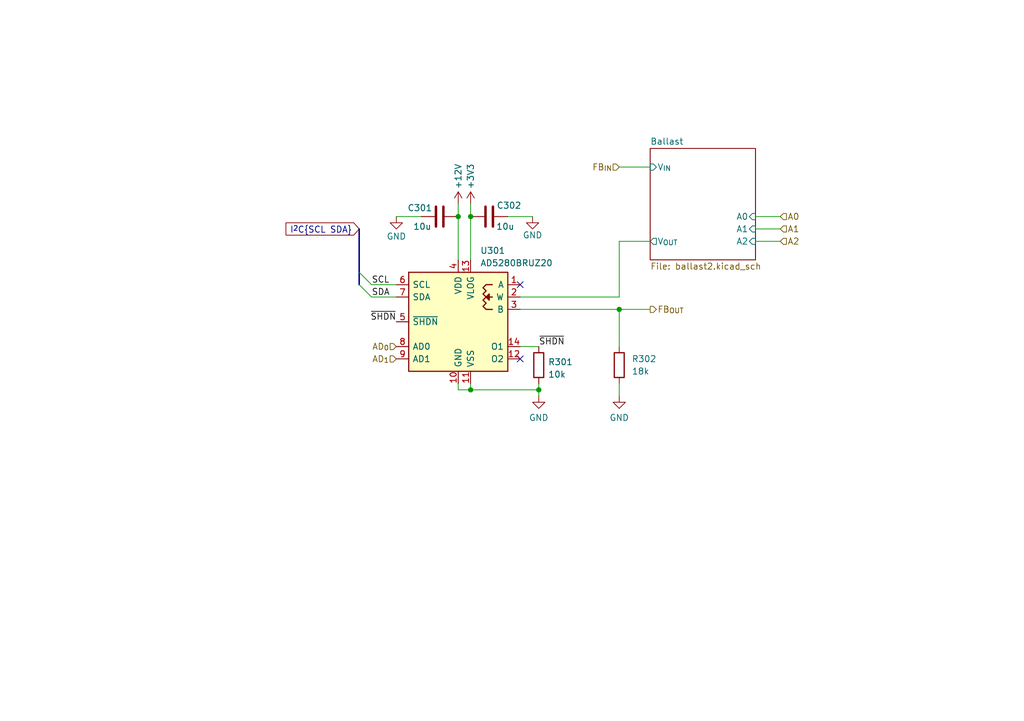
<source format=kicad_sch>
(kicad_sch (version 20231120) (generator "eeschema") (generator_version "8.0")
  (paper "A5")
  (title_block (title "Power supply - low level driver") (date "2024-06-28"))
  (lib_symbols
    (symbol "Device:C" (pin_numbers hide) (pin_names (offset 0.254))
      (property "Reference" "C" (at 0.635 2.54 0))
      (property "Value" "C" (at 0.635 -2.54 0))
      (symbol "C_0_1"
        (polyline (pts (xy -2.032 -0.762) (xy 2.032 -0.762)) (stroke (width 0.508)))
        (polyline (pts (xy -2.032 0.762) (xy 2.032 0.762)) (stroke (width 0.508)))
      )
      (symbol "C_1_1"
        (pin passive line (at 0 3.81 270) (length 2.794) (name "~") (number "1"))
        (pin passive line (at 0 -3.81 90) (length 2.794) (name "~") (number "2"))
      )
    )
    (symbol "Device:R" (pin_numbers hide) (pin_names (offset 0))
      (property "Reference" "R" (at 2.032 0 90))
      (property "Value" "R" (at 0 0 90))
      (symbol "R_0_1"
        (rectangle (start -1.016 -2.54) (end 1.016 2.54) (stroke (width 0.254)))
      )
      (symbol "R_1_1"
        (pin passive line (at 0 3.81 270) (length 1.27) (name "~") (number "1"))
        (pin passive line (at 0 -3.81 90) (length 1.27) (name "~") (number "2"))
      )
    )
    (symbol "Potentiometer_Digital:AD5280" (pin_names (offset 0.762))
      (property "Reference" "U" (at -7.62 11.43 0))
      (property "Value" "AD5280" (at 5.588 11.43 0))
      (symbol "AD5280_0_1"
        (rectangle (start -10.16 10.16) (end 10.16 -10.16) (stroke (width 0.254)) (fill (type background)))
        (polyline (pts (xy 6.985 5.08) (xy 6.35 5.08) (xy 5.715 5.08) (xy 6.35 5.715) (xy 6.35 4.445) (xy 5.715 5.08)) (stroke (width 0.254)) (fill (type outline)))
        (polyline (pts (xy 6.985 7.62) (xy 5.715 7.62) (xy 5.08 6.985) (xy 5.715 6.35) (xy 5.08 5.715) (xy 5.715 5.08) (xy 5.08 4.445) (xy 5.715 3.81) (xy 5.08 3.175) (xy 5.715 2.54) (xy 6.985 2.54)) (stroke (width 0.254)))
      )
      (symbol "AD5280_1_1"
        (pin passive line (at 12.7 7.62 180) (length 2.54) (name "A") (number "1"))
        (pin power_in line (at 0 -12.7 90) (length 2.54) (name "GND") (number "10"))
        (pin power_in line (at 2.54 -12.7 90) (length 2.54) (name "VSS") (number "11"))
        (pin output line (at 12.7 -7.62 180) (length 2.54) (name "O2") (number "12"))
        (pin power_in line (at 2.54 12.7 270) (length 2.54) (name "VLOG") (number "13"))
        (pin output line (at 12.7 -5.08 180) (length 2.54) (name "O1") (number "14"))
        (pin passive line (at 12.7 5.08 180) (length 2.54) (name "W") (number "2"))
        (pin passive line (at 12.7 2.54 180) (length 2.54) (name "B") (number "3"))
        (pin power_in line (at 0 12.7 270) (length 2.54) (name "VDD") (number "4"))
        (pin input line (at -12.7 0 0) (length 2.54) (name "~{SHDN}") (number "5"))
        (pin input line (at -12.7 7.62 0) (length 2.54) (name "SCL") (number "6"))
        (pin bidirectional line (at -12.7 5.08 0) (length 2.54) (name "SDA") (number "7"))
        (pin input line (at -12.7 -5.08 0) (length 2.54) (name "AD0") (number "8"))
        (pin input line (at -12.7 -7.62 0) (length 2.54) (name "AD1") (number "9"))
      )
    )
    (symbol "power:+12V" (power) (pin_names (offset 0))
      (property "Value" "+12V" (at 0 3.556 0))
      (symbol "+12V_0_1"
        (polyline (pts (xy -0.762 1.27) (xy 0 2.54)))
        (polyline (pts (xy 0 0) (xy 0 2.54)))
        (polyline (pts (xy 0 2.54) (xy 0.762 1.27)))
      )
      (symbol "+12V_1_1"
        (pin power_in line (at 0 0 90) (length 0) hide (name "+12V") (number "1"))
      )
    )
    (symbol "power:+3V3" (power) (pin_names (offset 0))
      (property "Value" "+3V3" (at 0 3.556 0))
      (symbol "+3V3_0_1"
        (polyline (pts (xy -0.762 1.27) (xy 0 2.54)))
        (polyline (pts (xy 0 0) (xy 0 2.54)))
        (polyline (pts (xy 0 2.54) (xy 0.762 1.27)))
      )
      (symbol "+3V3_1_1"
        (pin power_in line (at 0 0 90) (length 0) hide (name "+3V3") (number "1"))
      )
    )
    (symbol "power:GND" (power) (pin_numbers hide) (pin_names (offset 0) hide)
      (property "Value" "GND" (at 0 -3.81 0))
      (symbol "GND_0_1"
        (polyline (pts (xy 0 0) (xy 0 -1.27) (xy 1.27 -1.27) (xy 0 -2.54) (xy -1.27 -1.27) (xy 0 -1.27)))
      )
      (symbol "GND_1_1"
        (pin power_in line (at 0 0 270) (length 0) (name "~") (number "1"))
      )
    )
  )
  (junction (at 127 63.5))
  (junction (at 96.52 44.45))
  (junction (at 96.52 80.01))
  (junction (at 93.98 44.45))
  (junction (at 110.49 80.01))
  (no_connect (at 106.68 58.42))
  (no_connect (at 106.68 73.66))
  (bus_entry (at 73.66 58.42) (size 2.54 2.54))
  (bus_entry (at 73.66 55.88) (size 2.54 2.54))
  (wire (pts (xy 96.52 44.45) (xy 96.52 53.34)))
  (wire (pts (xy 81.28 44.45) (xy 86.36 44.45)))
  (wire (pts (xy 127 49.53) (xy 127 60.96)))
  (wire (pts (xy 160.02 44.45) (xy 154.94 44.45)))
  (wire (pts (xy 127 63.5) (xy 127 71.12)))
  (wire (pts (xy 96.52 41.91) (xy 96.52 44.45)))
  (wire (pts (xy 93.98 44.45) (xy 93.98 53.34)))
  (wire (pts (xy 127 63.5) (xy 133.35 63.5)))
  (wire (pts (xy 127 34.29) (xy 133.35 34.29)))
  (wire (pts (xy 106.68 63.5) (xy 127 63.5)))
  (wire (pts (xy 93.98 41.91) (xy 93.98 44.45)))
  (wire (pts (xy 96.52 80.01) (xy 96.52 78.74)))
  (wire (pts (xy 127 78.74) (xy 127 81.28)))
  (wire (pts (xy 127 60.96) (xy 106.68 60.96)))
  (wire (pts (xy 93.98 80.01) (xy 93.98 78.74)))
  (wire (pts (xy 106.68 71.12) (xy 110.49 71.12)))
  (wire (pts (xy 76.2 60.96) (xy 81.28 60.96)))
  (wire (pts (xy 93.98 80.01) (xy 96.52 80.01)))
  (wire (pts (xy 76.2 58.42) (xy 81.28 58.42)))
  (wire (pts (xy 160.02 49.53) (xy 154.94 49.53)))
  (wire (pts (xy 110.49 80.01) (xy 110.49 81.28)))
  (wire (pts (xy 127 49.53) (xy 133.35 49.53)))
  (bus (pts (xy 73.66 55.88) (xy 73.66 58.42)))
  (bus (pts (xy 73.66 46.99) (xy 73.66 55.88)))
  (wire (pts (xy 160.02 46.99) (xy 154.94 46.99)))
  (wire (pts (xy 110.49 80.01) (xy 96.52 80.01)))
  (wire (pts (xy 110.49 78.74) (xy 110.49 80.01)))
  (wire (pts (xy 109.22 44.45) (xy 104.14 44.45)))
  (label "~{SHDN}" (at 110.49 71.12 0))
  (label "SDA" (at 76.2 60.96 0))
  (label "SCL" (at 76.2 58.42 0))
  (label "~{SHDN}" (at 81.28 66.04 180))
  (global_label "I^{2}C{SCL SDA}" (shape input) (at 73.66 46.99 180) (property "Intersheetrefs" "${INTERSHEET_REFS}" (effects (hide yes))))
  (hierarchical_label "AD_{1}" (shape input) (at 81.28 73.66 180))
  (hierarchical_label "A1" (shape input) (at 160.02 46.99 0))
  (hierarchical_label "A0" (shape input) (at 160.02 44.45 0))
  (hierarchical_label "FB_{OUT}" (shape output) (at 133.35 63.5 0))
  (hierarchical_label "AD_{0}" (shape input) (at 81.28 71.12 180))
  (hierarchical_label "A2" (shape input) (at 160.02 49.53 0))
  (hierarchical_label "FB_{IN}" (shape input) (at 127 34.29 180))
  (symbol (lib_id "power:+12V") (at 93.98 41.91 0) (unit 1)
    (property "Reference" "#PWR0302" (effects (hide yes)))
    (property "Value" "+12V" (at 93.98 36.195 90))
    (instances (project "Low-level-driver" (path "" (reference "#PWR0302") (unit 1)) (path "" (reference "#PWR0402") (unit 1))))
  )
  (symbol (lib_id "Device:C") (at 100.33 44.45 90) (mirror x) (unit 1)
    (property "Reference" "C302" (at 104.394 42.164 90))
    (property "Value" "10u" (at 103.632 46.482 90))
    (property "Description" "Unpolarized capacitor" (effects (hide yes)))
    (instances (project "Low-level-driver" (path "" (reference "C302") (unit 1)) (path "" (reference "C402") (unit 1))))
  )
  (symbol (lib_id "Potentiometer_Digital:AD5280") (at 93.98 66.04 0) (unit 1)
    (property "Reference" "U301" (at 98.4759 51.435 0) (effects (justify left)))
    (property "Value" "AD5280BRUZ20" (at 98.4759 53.975 0) (effects (justify left)))
    (property "Footprint" "Package_SO:TSSOP-14_4.4x5mm_P0.65mm" (effects (hide yes)))
    (property "Datasheet" "https://www.analog.com/media/en/technical-documentation/data-sheets/AD5280_5282.pdf" (effects (hide yes)))
    (instances (project "Low-level-driver" (path "" (reference "U301") (unit 1)) (path "" (reference "U401") (unit 1))))
  )
  (symbol (lib_id "power:GND") (at 110.49 81.28 0) (unit 1)
    (property "Reference" "#PWR0305" (effects (hide yes)))
    (property "Value" "GND" (at 110.49 85.725 0))
    (instances (project "Low-level-driver" (path "" (reference "#PWR0305") (unit 1)) (path "" (reference "#PWR0405") (unit 1))))
  )
  (symbol (lib_id "power:GND") (at 81.28 44.45 0) (mirror y) (unit 1)
    (property "Reference" "#PWR0301" (effects (hide yes)))
    (property "Value" "GND" (at 79.248 48.514 0) (effects (justify right)))
    (instances (project "Low-level-driver" (path "" (reference "#PWR0301") (unit 1)) (path "" (reference "#PWR0401") (unit 1))))
  )
  (symbol (lib_id "Device:R") (at 127 74.93 0) (unit 1)
    (property "Reference" "R302" (at 129.54 73.6599 0) (effects (justify left)))
    (property "Value" "18k" (at 129.54 76.1999 0) (effects (justify left)))
    (instances (project "Low-level-driver" (path "" (reference "R302") (unit 1)) (path "" (reference "R402") (unit 1))))
  )
  (symbol (lib_id "power:GND") (at 127 81.28 0) (unit 1)
    (property "Reference" "#PWR0306" (effects (hide yes)))
    (property "Value" "GND" (at 127 85.725 0))
    (instances (project "Low-level-driver" (path "" (reference "#PWR0306") (unit 1)) (path "" (reference "#PWR0406") (unit 1))))
  )
  (symbol (lib_id "Device:R") (at 110.49 74.93 0) (unit 1)
    (property "Reference" "R301" (at 112.395 74.295 0) (effects (justify left)))
    (property "Value" "10k" (at 112.395 76.835 0) (effects (justify left)))
    (instances (project "Low-level-driver" (path "" (reference "R301") (unit 1)) (path "" (reference "R401") (unit 1))))
  )
  (symbol (lib_id "power:+3V3") (at 96.52 41.91 0) (unit 1)
    (property "Reference" "#PWR0303" (effects (hide yes)))
    (property "Value" "+3V3" (at 96.52 36.195 90))
    (instances (project "Low-level-driver" (path "" (reference "#PWR0303") (unit 1)) (path "" (reference "#PWR0403") (unit 1))))
  )
  (symbol (lib_id "Device:C") (at 90.17 44.45 90) (mirror x) (unit 1)
    (property "Reference" "C301" (at 86.106 42.672 90))
    (property "Value" "10u" (at 86.614 46.482 90))
    (property "Description" "Unpolarized capacitor" (effects (hide yes)))
    (instances (project "Low-level-driver" (path "" (reference "C301") (unit 1)) (path "" (reference "C401") (unit 1))))
  )
  (symbol (lib_id "power:GND") (at 109.22 44.45 0) (unit 1)
    (property "Reference" "#PWR0304" (effects (hide yes)))
    (property "Value" "GND" (at 109.22 48.26 0))
    (instances (project "Low-level-driver" (path "" (reference "#PWR0304") (unit 1)) (path "" (reference "#PWR0404") (unit 1))))
  )
  (sheet (at 133.35 30.48) (size 21.59 22.86) (stroke (width 0.1524))
    (property "Sheetname" "Ballast" (at 133.35 29.7684 0) (effects (justify left bottom)))
    (property "Sheetfile" "ballast2.kicad_sch" (at 133.35 53.9246 0) (effects (justify left top)))
    (pin "A1" input (at 154.94 46.99 0))
    (pin "A2" input (at 154.94 49.53 0))
    (pin "A0" input (at 154.94 44.45 0))
    (pin "V_{IN}" input (at 133.35 34.29 180))
    (pin "V_{OUT}" output (at 133.35 49.53 180))
  )
)
</source>
